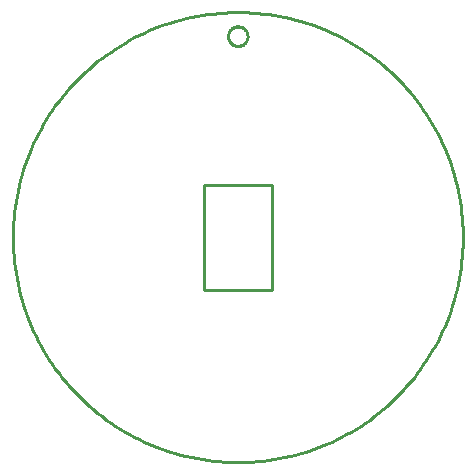
<source format=gbr>
G04 EAGLE Gerber X2 export*
%TF.Part,Single*%
%TF.FileFunction,Profile,NP*%
%TF.FilePolarity,Positive*%
%TF.GenerationSoftware,Autodesk,EAGLE,8.7.0*%
%TF.CreationDate,2018-06-27T00:28:53Z*%
G75*
%MOMM*%
%FSLAX34Y34*%
%LPD*%
%AMOC8*
5,1,8,0,0,1.08239X$1,22.5*%
G01*
%ADD10C,0.254000*%


D10*
X381000Y188162D02*
X380885Y183488D01*
X380656Y178818D01*
X380312Y174154D01*
X379854Y169501D01*
X379281Y164860D01*
X378595Y160235D01*
X377796Y155628D01*
X376884Y151042D01*
X375859Y146480D01*
X374723Y141944D01*
X373476Y137438D01*
X372118Y132964D01*
X370652Y128524D01*
X369077Y124121D01*
X367394Y119759D01*
X365604Y115439D01*
X363710Y111164D01*
X361710Y106937D01*
X359608Y102761D01*
X357404Y98637D01*
X355099Y94569D01*
X352695Y90558D01*
X350194Y86608D01*
X347596Y82720D01*
X344904Y78897D01*
X342118Y75141D01*
X339242Y71455D01*
X336275Y67841D01*
X333221Y64300D01*
X330081Y60836D01*
X326857Y57449D01*
X323551Y54143D01*
X320164Y50919D01*
X316700Y47779D01*
X313159Y44725D01*
X309545Y41758D01*
X305859Y38882D01*
X302103Y36096D01*
X298280Y33404D01*
X294392Y30806D01*
X290442Y28305D01*
X286431Y25901D01*
X282363Y23596D01*
X278239Y21392D01*
X274063Y19290D01*
X269836Y17290D01*
X265561Y15396D01*
X261241Y13606D01*
X256879Y11923D01*
X252476Y10348D01*
X248036Y8882D01*
X243562Y7524D01*
X239056Y6277D01*
X234520Y5141D01*
X229958Y4117D01*
X225372Y3204D01*
X220765Y2405D01*
X216140Y1719D01*
X211499Y1146D01*
X206846Y688D01*
X202182Y344D01*
X197512Y115D01*
X192838Y0D01*
X188162Y0D01*
X183488Y115D01*
X178818Y344D01*
X174154Y688D01*
X169501Y1146D01*
X164860Y1719D01*
X160235Y2405D01*
X155628Y3204D01*
X151042Y4117D01*
X146480Y5141D01*
X141944Y6277D01*
X137438Y7524D01*
X132964Y8882D01*
X128524Y10348D01*
X124121Y11923D01*
X119759Y13606D01*
X115439Y15396D01*
X111164Y17290D01*
X106937Y19290D01*
X102761Y21392D01*
X98637Y23596D01*
X94569Y25901D01*
X90558Y28305D01*
X86608Y30806D01*
X82720Y33404D01*
X78897Y36096D01*
X75141Y38882D01*
X71455Y41758D01*
X67841Y44725D01*
X64300Y47779D01*
X60836Y50919D01*
X57449Y54143D01*
X54143Y57449D01*
X50919Y60836D01*
X47779Y64300D01*
X44725Y67841D01*
X41758Y71455D01*
X38882Y75141D01*
X36096Y78897D01*
X33404Y82720D01*
X30806Y86608D01*
X28305Y90558D01*
X25901Y94569D01*
X23596Y98637D01*
X21392Y102761D01*
X19290Y106937D01*
X17290Y111164D01*
X15396Y115439D01*
X13606Y119759D01*
X11923Y124121D01*
X10348Y128524D01*
X8882Y132964D01*
X7524Y137438D01*
X6277Y141944D01*
X5141Y146480D01*
X4117Y151042D01*
X3204Y155628D01*
X2405Y160235D01*
X1719Y164860D01*
X1146Y169501D01*
X688Y174154D01*
X344Y178818D01*
X115Y183488D01*
X0Y188162D01*
X0Y192838D01*
X115Y197512D01*
X344Y202182D01*
X688Y206846D01*
X1146Y211499D01*
X1719Y216140D01*
X2405Y220765D01*
X3204Y225372D01*
X4117Y229958D01*
X5141Y234520D01*
X6277Y239056D01*
X7524Y243562D01*
X8882Y248036D01*
X10348Y252476D01*
X11923Y256879D01*
X13606Y261241D01*
X15396Y265561D01*
X17290Y269836D01*
X19290Y274063D01*
X21392Y278239D01*
X23596Y282363D01*
X25901Y286431D01*
X28305Y290442D01*
X30806Y294392D01*
X33404Y298280D01*
X36096Y302103D01*
X38882Y305859D01*
X41758Y309545D01*
X44725Y313159D01*
X47779Y316700D01*
X50919Y320164D01*
X54143Y323551D01*
X57449Y326857D01*
X60836Y330081D01*
X64300Y333221D01*
X67841Y336275D01*
X71455Y339242D01*
X75141Y342118D01*
X78897Y344904D01*
X82720Y347596D01*
X86608Y350194D01*
X90558Y352695D01*
X94569Y355099D01*
X98637Y357404D01*
X102761Y359608D01*
X106937Y361710D01*
X111164Y363710D01*
X115439Y365604D01*
X119759Y367394D01*
X124121Y369077D01*
X128524Y370652D01*
X132964Y372118D01*
X137438Y373476D01*
X141944Y374723D01*
X146480Y375859D01*
X151042Y376884D01*
X155628Y377796D01*
X160235Y378595D01*
X164860Y379281D01*
X169501Y379854D01*
X174154Y380312D01*
X178818Y380656D01*
X183488Y380885D01*
X188162Y381000D01*
X192838Y381000D01*
X197512Y380885D01*
X202182Y380656D01*
X206846Y380312D01*
X211499Y379854D01*
X216140Y379281D01*
X220765Y378595D01*
X225372Y377796D01*
X229958Y376884D01*
X234520Y375859D01*
X239056Y374723D01*
X243562Y373476D01*
X248036Y372118D01*
X252476Y370652D01*
X256879Y369077D01*
X261241Y367394D01*
X265561Y365604D01*
X269836Y363710D01*
X274063Y361710D01*
X278239Y359608D01*
X282363Y357404D01*
X286431Y355099D01*
X290442Y352695D01*
X294392Y350194D01*
X298280Y347596D01*
X302103Y344904D01*
X305859Y342118D01*
X309545Y339242D01*
X313159Y336275D01*
X316700Y333221D01*
X320164Y330081D01*
X323551Y326857D01*
X326857Y323551D01*
X330081Y320164D01*
X333221Y316700D01*
X336275Y313159D01*
X339242Y309545D01*
X342118Y305859D01*
X344904Y302103D01*
X347596Y298280D01*
X350194Y294392D01*
X352695Y290442D01*
X355099Y286431D01*
X357404Y282363D01*
X359608Y278239D01*
X361710Y274063D01*
X363710Y269836D01*
X365604Y265561D01*
X367394Y261241D01*
X369077Y256879D01*
X370652Y252476D01*
X372118Y248036D01*
X373476Y243562D01*
X374723Y239056D01*
X375859Y234520D01*
X376884Y229958D01*
X377796Y225372D01*
X378595Y220765D01*
X379281Y216140D01*
X379854Y211499D01*
X380312Y206846D01*
X380656Y202182D01*
X380885Y197512D01*
X381000Y192838D01*
X381000Y188162D01*
X161925Y146050D02*
X219075Y146050D01*
X219075Y234950D01*
X161925Y234950D01*
X161925Y146050D01*
X198755Y360274D02*
X198676Y359467D01*
X198517Y358672D01*
X198282Y357896D01*
X197971Y357146D01*
X197589Y356431D01*
X197138Y355757D01*
X196624Y355130D01*
X196050Y354556D01*
X195423Y354042D01*
X194749Y353591D01*
X194034Y353209D01*
X193284Y352898D01*
X192508Y352663D01*
X191713Y352505D01*
X190906Y352425D01*
X190094Y352425D01*
X189287Y352505D01*
X188492Y352663D01*
X187716Y352898D01*
X186966Y353209D01*
X186251Y353591D01*
X185577Y354042D01*
X184950Y354556D01*
X184376Y355130D01*
X183862Y355757D01*
X183411Y356431D01*
X183029Y357146D01*
X182718Y357896D01*
X182483Y358672D01*
X182325Y359467D01*
X182245Y360274D01*
X182245Y361086D01*
X182325Y361893D01*
X182483Y362688D01*
X182718Y363464D01*
X183029Y364214D01*
X183411Y364929D01*
X183862Y365603D01*
X184376Y366230D01*
X184950Y366804D01*
X185577Y367318D01*
X186251Y367769D01*
X186966Y368151D01*
X187716Y368462D01*
X188492Y368697D01*
X189287Y368856D01*
X190094Y368935D01*
X190906Y368935D01*
X191713Y368856D01*
X192508Y368697D01*
X193284Y368462D01*
X194034Y368151D01*
X194749Y367769D01*
X195423Y367318D01*
X196050Y366804D01*
X196624Y366230D01*
X197138Y365603D01*
X197589Y364929D01*
X197971Y364214D01*
X198282Y363464D01*
X198517Y362688D01*
X198676Y361893D01*
X198755Y361086D01*
X198755Y360274D01*
X198755Y360274D02*
X198676Y359467D01*
X198517Y358672D01*
X198282Y357896D01*
X197971Y357146D01*
X197589Y356431D01*
X197138Y355757D01*
X196624Y355130D01*
X196050Y354556D01*
X195423Y354042D01*
X194749Y353591D01*
X194034Y353209D01*
X193284Y352898D01*
X192508Y352663D01*
X191713Y352505D01*
X190906Y352425D01*
X190094Y352425D01*
X189287Y352505D01*
X188492Y352663D01*
X187716Y352898D01*
X186966Y353209D01*
X186251Y353591D01*
X185577Y354042D01*
X184950Y354556D01*
X184376Y355130D01*
X183862Y355757D01*
X183411Y356431D01*
X183029Y357146D01*
X182718Y357896D01*
X182483Y358672D01*
X182325Y359467D01*
X182245Y360274D01*
X182245Y361086D01*
X182325Y361893D01*
X182483Y362688D01*
X182718Y363464D01*
X183029Y364214D01*
X183411Y364929D01*
X183862Y365603D01*
X184376Y366230D01*
X184950Y366804D01*
X185577Y367318D01*
X186251Y367769D01*
X186966Y368151D01*
X187716Y368462D01*
X188492Y368697D01*
X189287Y368856D01*
X190094Y368935D01*
X190906Y368935D01*
X191713Y368856D01*
X192508Y368697D01*
X193284Y368462D01*
X194034Y368151D01*
X194749Y367769D01*
X195423Y367318D01*
X196050Y366804D01*
X196624Y366230D01*
X197138Y365603D01*
X197589Y364929D01*
X197971Y364214D01*
X198282Y363464D01*
X198517Y362688D01*
X198676Y361893D01*
X198755Y361086D01*
X198755Y360274D01*
M02*

</source>
